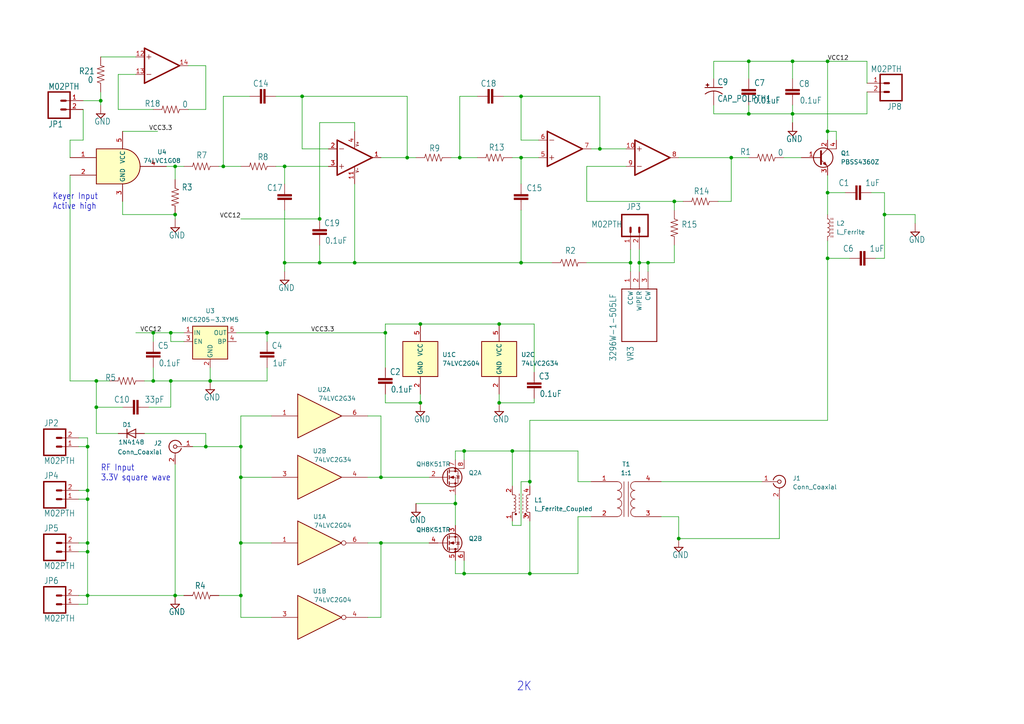
<source format=kicad_sch>
(kicad_sch (version 20230121) (generator eeschema)
  (paper "A4")
  (lib_symbols
    (symbol "74xGxx:74LVC1G08"
      (property "Reference" "U" (at -5.08 7.62 0))
      (property "Value" "74LVC1G08" (at 7.62 -7.62 0))
      (symbol "74LVC1G08_1_1"
        (pin input line (at -15.24 2.54 0) (length 7.62) (name "~") (number "1"))
        (pin input line (at -15.24 -2.54 0) (length 7.62) (name "~") (number "2"))
        (pin power_in line (at 0 -10.16 90) (length 5.08) (name "GND") (number "3"))
        (pin output line (at 12.7 0 180) (length 7.62) (name "~") (number "4"))
        (pin power_in line (at 0 10.16 270) (length 5.08) (name "VCC") (number "5"))
      )
    )
    (symbol "74xGxx:74LVC2G04"
      (property "Reference" "U" (at 0 7.62 0))
      (property "Value" "74LVC2G04" (at 2.54 -7.62 0))
      (symbol "74LVC2G04_1_1"
        (pin input line (at -15.24 0 0) (length 7.62) (name "~") (number "1"))
        (pin output inverted (at 12.7 0 180) (length 7.62) (name "~") (number "6"))
      )
      (symbol "74LVC2G04_2_1"
        (pin input line (at -15.24 0 0) (length 7.62) (name "~") (number "3"))
        (pin output inverted (at 12.7 0 180) (length 7.62) (name "~") (number "4"))
      )
      (symbol "74LVC2G04_3_1"
        (pin power_in line (at 0 -10.16 90) (length 5.08) (name "GND") (number "2"))
        (pin power_in line (at 0 10.16 270) (length 5.08) (name "VCC") (number "5"))
      )
    )
    (symbol "74xGxx:74LVC2G34"
      (property "Reference" "U" (at 0 7.62 0))
      (property "Value" "74LVC2G34" (at 2.54 -7.62 0))
      (symbol "74LVC2G34_1_1"
        (pin input line (at -15.24 0 0) (length 7.62) (name "~") (number "1"))
        (pin output line (at 12.7 0 180) (length 7.62) (name "~") (number "6"))
      )
      (symbol "74LVC2G34_2_1"
        (pin input line (at -15.24 0 0) (length 7.62) (name "~") (number "3"))
        (pin output line (at 12.7 0 180) (length 7.62) (name "~") (number "4"))
      )
      (symbol "74LVC2G34_3_1"
        (pin power_in line (at 0 -10.16 90) (length 5.08) (name "GND") (number "2"))
        (pin power_in line (at 0 10.16 270) (length 5.08) (name "VCC") (number "5"))
      )
    )
    (symbol "Connector:Conn_Coaxial" (pin_names (offset 1.016) hide)
      (property "Reference" "J" (at 0.254 3.048 0))
      (property "Value" "Conn_Coaxial" (at 2.921 0 90))
      (symbol "Conn_Coaxial_1_1"
        (pin passive line (at -5.08 0 0) (length 2.54) (name "In") (number "1"))
        (pin passive line (at 0 -5.08 90) (length 2.54) (name "Ext") (number "2"))
      )
    )
    (symbol "Device:L_Ferrite" (pin_numbers hide) (pin_names (offset 1.016) hide)
      (property "Reference" "L" (at -1.27 0 90))
      (property "Value" "L_Ferrite" (at 2.794 0 90))
      (symbol "L_Ferrite_1_1"
        (pin passive line (at 0 3.81 270) (length 1.27) (name "1") (number "1"))
        (pin passive line (at 0 -3.81 90) (length 1.27) (name "2") (number "2"))
      )
    )
    (symbol "Device:L_Ferrite_Coupled" (pin_names (offset 0.254) hide)
      (property "Reference" "L" (at 0 4.445 0))
      (property "Value" "L_Ferrite_Coupled" (at 0 -4.445 0))
      (symbol "L_Ferrite_Coupled_1_1"
        (pin passive line (at -5.08 2.54 0) (length 2.54) (name "1") (number "1"))
        (pin passive line (at 5.08 2.54 180) (length 2.54) (name "2") (number "2"))
        (pin passive line (at -5.08 -2.54 0) (length 2.54) (name "3") (number "3"))
        (pin passive line (at 5.08 -2.54 180) (length 2.54) (name "4") (number "4"))
      )
    )
    (symbol "Device:Q_Dual_NMOS_S1G1S2G2D2D2D1D1" (pin_names (offset 0) hide)
      (property "Reference" "Q" (at 5.08 1.27 0))
      (property "Value" "Q_Dual_NMOS_S1G1S2G2D2D2D1D1" (at 5.08 -1.27 0))
      (symbol "Q_Dual_NMOS_S1G1S2G2D2D2D1D1_1_1"
        (pin passive line (at 2.54 -5.08 90) (length 2.54) (name "S") (number "1"))
        (pin input line (at -5.08 0 0) (length 2.54) (name "G") (number "2"))
        (pin passive line (at 2.54 5.08 270) (length 2.54) (name "D") (number "7"))
        (pin passive line (at 5.08 5.08 270) (length 2.54) (name "D") (number "8"))
      )
      (symbol "Q_Dual_NMOS_S1G1S2G2D2D2D1D1_2_1"
        (pin passive line (at 2.54 -5.08 90) (length 2.54) (name "S") (number "3"))
        (pin input line (at -5.08 0 0) (length 2.54) (name "G") (number "4"))
        (pin passive line (at 2.54 5.08 270) (length 2.54) (name "D") (number "5"))
        (pin passive line (at 5.08 5.08 270) (length 2.54) (name "D") (number "6"))
      )
    )
    (symbol "Device:Q_NPN_BCEC" (pin_names (offset 0) hide)
      (property "Reference" "Q" (at 5.08 1.27 0))
      (property "Value" "Q_NPN_BCEC" (at 5.08 -1.27 0))
      (symbol "Q_NPN_BCEC_1_1"
        (pin input line (at -5.08 0 0) (length 5.715) (name "B") (number "1"))
        (pin passive line (at 2.54 5.08 270) (length 2.54) (name "C") (number "2"))
        (pin passive line (at 2.54 -5.08 90) (length 2.54) (name "E") (number "3"))
        (pin passive line (at 5.08 5.08 270) (length 2.54) (name "C") (number "4"))
      )
    )
    (symbol "Device:Transformer_1P_1S" (pin_names (offset 1.016) hide)
      (property "Reference" "T" (at 0 6.35 0))
      (property "Value" "Transformer_1P_1S" (at 0 -7.62 0))
      (symbol "Transformer_1P_1S_1_1"
        (pin passive line (at -10.16 5.08 0) (length 7.62) (name "AA") (number "1"))
        (pin passive line (at -10.16 -5.08 0) (length 7.62) (name "AB") (number "2"))
        (pin passive line (at 10.16 -5.08 180) (length 7.62) (name "SA") (number "3"))
        (pin passive line (at 10.16 5.08 180) (length 7.62) (name "SB") (number "4"))
      )
    )
    (symbol "Diode:1N4148" (pin_numbers hide) (pin_names hide)
      (property "Reference" "D" (at 0 2.54 0))
      (property "Value" "1N4148" (at 0 -2.54 0))
      (symbol "1N4148_1_1"
        (pin passive line (at -3.81 0 0) (length 2.54) (name "K") (number "1"))
        (pin passive line (at 3.81 0 180) (length 2.54) (name "A") (number "2"))
      )
    )
    (symbol "Regulator_Linear:MIC5205-3.3YM5" (pin_names (offset 0.254))
      (property "Reference" "U" (at -3.81 5.715 0))
      (property "Value" "MIC5205-3.3YM5" (at 0 5.715 0))
      (symbol "MIC5205-3.3YM5_1_1"
        (pin power_in line (at -7.62 2.54 0) (length 2.54) (name "IN") (number "1"))
        (pin power_in line (at 0 -7.62 90) (length 2.54) (name "GND") (number "2"))
        (pin input line (at -7.62 0 0) (length 2.54) (name "EN") (number "3"))
        (pin input line (at 7.62 0 180) (length 2.54) (name "BP") (number "4"))
        (pin power_out line (at 7.62 2.54 180) (length 2.54) (name "OUT") (number "5"))
      )
    )
    (symbol "powerAmp_RevB-eagle-import:3296W-1-505LF"
      (property "Reference" "VR" (at 21.59 7.62 0))
      (property "Value" "3296W-1-505LF" (at 21.59 5.08 0))
      (symbol "3296W-1-505LF_1_0"
        (pin bidirectional line (at 0 0 0) (length 5.08) (name "CCW") (number "1"))
        (pin bidirectional line (at 0 -2.54 0) (length 5.08) (name "WIPER") (number "2"))
        (pin bidirectional line (at 0 -5.08 0) (length 5.08) (name "CW") (number "3"))
      )
    )
    (symbol "powerAmp_RevB-eagle-import:CAP0603-CAP"
      (property "Reference" "C" (at 1.524 2.921 0))
      (property "Value" "CAP0603-CAP" (at 1.524 -2.159 0))
      (symbol "CAP0603-CAP_1_0"
        (pin passive line (at 0 5.08 270) (length 2.54) (name "1") (number "1"))
        (pin passive line (at 0 -2.54 90) (length 2.54) (name "2") (number "2"))
      )
    )
    (symbol "powerAmp_RevB-eagle-import:CAP_POLPTH1"
      (property "Reference" "C" (at 1.016 0.635 0))
      (property "Value" "CAP_POLPTH1" (at 1.016 -4.191 0))
      (symbol "CAP_POLPTH1_1_0"
        (pin passive line (at 0 2.54 270) (length 2.54) (name "+") (number "1"))
        (pin passive line (at 0 -5.08 90) (length 2.54) (name "-") (number "2"))
      )
    )
    (symbol "powerAmp_RevB-eagle-import:GND" (power)
      (property "Value" "GND" (at -1.905 -3.175 0))
      (symbol "GND_1_0"
        (pin power_in line (at 0 2.54 270) (length 2.54) (name "GND") (number "1"))
      )
    )
    (symbol "powerAmp_RevB-eagle-import:M02PTH"
      (property "Reference" "JP" (at -2.54 5.842 0))
      (property "Value" "M02PTH" (at -2.54 -5.08 0))
      (symbol "M02PTH_1_0"
        (pin passive line (at 7.62 0 180) (length 5.08) (name "1") (number "1"))
        (pin passive line (at 7.62 2.54 180) (length 5.08) (name "2") (number "2"))
      )
    )
    (symbol "powerAmp_RevB-eagle-import:OPA1679IDR"
      (symbol "OPA1679IDR_1_0"
        (pin output line (at 7.62 0 180) (length 2.54) (name "OUT") (number "1"))
        (pin input line (at -7.62 -2.54 0) (length 2.54) (name "-IN") (number "2"))
        (pin input line (at -7.62 2.54 0) (length 2.54) (name "+IN") (number "3"))
      )
      (symbol "OPA1679IDR_2_0"
        (pin input line (at -7.62 2.54 0) (length 2.54) (name "+IN") (number "5"))
        (pin input line (at -7.62 -2.54 0) (length 2.54) (name "-IN") (number "6"))
        (pin output line (at 7.62 0 180) (length 2.54) (name "OUT") (number "7"))
      )
      (symbol "OPA1679IDR_3_0"
        (pin input line (at -7.62 2.54 0) (length 2.54) (name "+IN") (number "10"))
        (pin output line (at 7.62 0 180) (length 2.54) (name "OUT") (number "8"))
        (pin input line (at -7.62 -2.54 0) (length 2.54) (name "-IN") (number "9"))
      )
      (symbol "OPA1679IDR_4_0"
        (pin input line (at -7.62 2.54 0) (length 2.54) (name "+IN") (number "12"))
        (pin input line (at -7.62 -2.54 0) (length 2.54) (name "-IN") (number "13"))
        (pin output line (at 7.62 0 180) (length 2.54) (name "OUT") (number "14"))
      )
      (symbol "OPA1679IDR_5_0"
        (text "V+" (at 1.27 3.175 900) (effects (font (size 0.8128 0.6908)) (justify left bottom)))
        (text "V-" (at 1.27 -4.445 900) (effects (font (size 0.8128 0.6908)) (justify left bottom)))
        (pin power_in line (at 0 -7.62 90) (length 5.08) (name "V-") (number "11"))
        (pin power_in line (at 0 7.62 270) (length 5.08) (name "V+") (number "4"))
      )
    )
    (symbol "powerAmp_RevB-eagle-import:RESISTOR0603-RES"
      (property "Reference" "R" (at -3.81 1.4986 0))
      (property "Value" "RESISTOR0603-RES" (at -3.81 -3.302 0))
      (symbol "RESISTOR0603-RES_1_0"
        (pin passive line (at -5.08 0 0) (length 2.54) (name "1") (number "1"))
        (pin passive line (at 5.08 0 180) (length 2.54) (name "2") (number "2"))
      )
    )
  )
  (junction (at 29.21 29.21))
  (junction (at 60.96 110.49))
  (junction (at 229.87 17.78))
  (junction (at 50.8 62.23))
  (junction (at 217.17 17.78))
  (junction (at 102.87 76.2))
  (junction (at 144.78 93.98))
  (junction (at 229.87 33.02))
  (junction (at 25.4 160.02))
  (junction (at 82.55 48.26))
  (junction (at 49.53 96.52))
  (junction (at 92.71 63.5))
  (junction (at 144.78 116.84))
  (junction (at 153.67 139.7))
  (junction (at 92.71 76.2))
  (junction (at 25.4 142.24))
  (junction (at 25.4 172.72))
  (junction (at 212.09 45.72))
  (junction (at 134.62 166.37))
  (junction (at 148.59 130.81))
  (junction (at 110.49 157.48))
  (junction (at 173.99 43.18))
  (junction (at 133.35 45.72))
  (junction (at 25.4 157.48))
  (junction (at 69.85 157.48))
  (junction (at 153.67 166.37))
  (junction (at 185.42 76.2))
  (junction (at 82.55 76.2))
  (junction (at 87.63 27.94))
  (junction (at 151.13 45.72))
  (junction (at 187.96 76.2))
  (junction (at 196.85 156.21))
  (junction (at 182.88 76.2))
  (junction (at 50.8 48.26))
  (junction (at 134.62 130.81))
  (junction (at 44.45 96.52))
  (junction (at 240.03 74.93))
  (junction (at 195.58 58.42))
  (junction (at 132.08 146.05))
  (junction (at 50.8 172.72))
  (junction (at 151.13 27.94))
  (junction (at 110.49 138.43))
  (junction (at 69.85 129.54))
  (junction (at 118.11 45.72))
  (junction (at 121.92 93.98))
  (junction (at 217.17 33.02))
  (junction (at 69.85 138.43))
  (junction (at 27.94 110.49))
  (junction (at 27.94 118.11))
  (junction (at 121.92 116.84))
  (junction (at 69.85 172.72))
  (junction (at 240.03 55.88))
  (junction (at 49.53 110.49))
  (junction (at 240.03 38.1))
  (junction (at 256.54 62.23))
  (junction (at 44.45 110.49))
  (junction (at 151.13 76.2))
  (junction (at 111.76 96.52))
  (junction (at 77.47 96.52))
  (junction (at 59.69 129.54))
  (junction (at 25.4 129.54))
  (junction (at 240.03 17.78))
  (junction (at 25.4 144.78))
  (junction (at 64.77 48.26))
  (wire (pts (xy 77.47 106.68) (xy 77.47 110.49)))
  (wire (pts (xy 95.25 43.18) (xy 87.63 43.18)))
  (wire (pts (xy 25.4 144.78) (xy 25.4 142.24)))
  (wire (pts (xy 92.71 63.5) (xy 69.85 63.5)))
  (wire (pts (xy 102.87 53.34) (xy 102.87 76.2)))
  (wire (pts (xy 167.64 149.86) (xy 171.45 149.86)))
  (wire (pts (xy 138.43 27.94) (xy 133.35 27.94)))
  (wire (pts (xy 24.13 40.64) (xy 20.32 40.64)))
  (wire (pts (xy 167.64 130.81) (xy 167.64 139.7)))
  (wire (pts (xy 69.85 120.65) (xy 69.85 129.54)))
  (wire (pts (xy 50.8 172.72) (xy 53.34 172.72)))
  (wire (pts (xy 69.85 129.54) (xy 69.85 138.43)))
  (wire (pts (xy 240.03 38.1) (xy 240.03 40.64)))
  (wire (pts (xy 22.86 172.72) (xy 25.4 172.72)))
  (wire (pts (xy 118.11 27.94) (xy 87.63 27.94)))
  (wire (pts (xy 110.49 179.07) (xy 110.49 157.48)))
  (wire (pts (xy 187.96 76.2) (xy 187.96 78.74)))
  (wire (pts (xy 72.39 27.94) (xy 64.77 27.94)))
  (wire (pts (xy 195.58 58.42) (xy 170.18 58.42)))
  (wire (pts (xy 22.86 144.78) (xy 25.4 144.78)))
  (wire (pts (xy 195.58 58.42) (xy 195.58 60.96)))
  (wire (pts (xy 240.03 17.78) (xy 251.46 17.78)))
  (wire (pts (xy 25.4 172.72) (xy 25.4 160.02)))
  (wire (pts (xy 170.18 48.26) (xy 181.61 48.26)))
  (wire (pts (xy 68.58 96.52) (xy 77.47 96.52)))
  (wire (pts (xy 82.55 48.26) (xy 95.25 48.26)))
  (wire (pts (xy 54.61 31.75) (xy 59.69 31.75)))
  (wire (pts (xy 154.94 93.98) (xy 144.78 93.98)))
  (wire (pts (xy 110.49 138.43) (xy 124.46 138.43)))
  (wire (pts (xy 22.86 142.24) (xy 25.4 142.24)))
  (wire (pts (xy 92.71 76.2) (xy 82.55 76.2)))
  (wire (pts (xy 151.13 152.4) (xy 151.13 139.7)))
  (wire (pts (xy 167.64 139.7) (xy 171.45 139.7)))
  (wire (pts (xy 55.88 129.54) (xy 59.69 129.54)))
  (wire (pts (xy 50.8 48.26) (xy 50.8 52.07)))
  (wire (pts (xy 69.85 179.07) (xy 78.74 179.07)))
  (wire (pts (xy 173.99 27.94) (xy 151.13 27.94)))
  (wire (pts (xy 29.21 29.21) (xy 24.13 29.21)))
  (wire (pts (xy 251.46 24.13) (xy 251.46 17.78)))
  (wire (pts (xy 111.76 114.3) (xy 111.76 116.84)))
  (wire (pts (xy 132.08 130.81) (xy 134.62 130.81)))
  (wire (pts (xy 240.03 50.8) (xy 240.03 55.88)))
  (wire (pts (xy 59.69 19.05) (xy 54.61 19.05)))
  (wire (pts (xy 110.49 45.72) (xy 118.11 45.72)))
  (wire (pts (xy 64.77 27.94) (xy 64.77 48.26)))
  (wire (pts (xy 217.17 30.48) (xy 217.17 33.02)))
  (wire (pts (xy 153.67 140.97) (xy 153.67 139.7)))
  (wire (pts (xy 25.4 175.26) (xy 25.4 172.72)))
  (wire (pts (xy 134.62 133.35) (xy 134.62 130.81)))
  (wire (pts (xy 144.78 114.3) (xy 144.78 116.84)))
  (wire (pts (xy 254 74.93) (xy 256.54 74.93)))
  (wire (pts (xy 27.94 125.73) (xy 27.94 118.11)))
  (wire (pts (xy 77.47 96.52) (xy 111.76 96.52)))
  (wire (pts (xy 207.01 22.86) (xy 207.01 17.78)))
  (wire (pts (xy 196.85 156.21) (xy 196.85 149.86)))
  (wire (pts (xy 242.57 38.1) (xy 240.03 38.1)))
  (wire (pts (xy 256.54 74.93) (xy 256.54 62.23)))
  (wire (pts (xy 82.55 53.34) (xy 82.55 48.26)))
  (wire (pts (xy 59.69 129.54) (xy 69.85 129.54)))
  (wire (pts (xy 59.69 125.73) (xy 59.69 129.54)))
  (wire (pts (xy 48.26 48.26) (xy 50.8 48.26)))
  (wire (pts (xy 64.77 48.26) (xy 69.85 48.26)))
  (wire (pts (xy 130.81 45.72) (xy 133.35 45.72)))
  (wire (pts (xy 217.17 33.02) (xy 229.87 33.02)))
  (wire (pts (xy 29.21 16.51) (xy 39.37 16.51)))
  (wire (pts (xy 148.59 45.72) (xy 151.13 45.72)))
  (wire (pts (xy 185.42 76.2) (xy 185.42 78.74)))
  (wire (pts (xy 49.53 110.49) (xy 60.96 110.49)))
  (wire (pts (xy 35.56 38.1) (xy 45.72 38.1)))
  (wire (pts (xy 229.87 35.56) (xy 229.87 33.02)))
  (wire (pts (xy 151.13 45.72) (xy 156.21 45.72)))
  (wire (pts (xy 229.87 17.78) (xy 240.03 17.78)))
  (wire (pts (xy 173.99 43.18) (xy 181.61 43.18)))
  (wire (pts (xy 207.01 30.48) (xy 207.01 33.02)))
  (wire (pts (xy 27.94 118.11) (xy 35.56 118.11)))
  (wire (pts (xy 111.76 93.98) (xy 121.92 93.98)))
  (wire (pts (xy 229.87 33.02) (xy 229.87 30.48)))
  (wire (pts (xy 256.54 55.88) (xy 252.73 55.88)))
  (wire (pts (xy 60.96 106.68) (xy 60.96 110.49)))
  (wire (pts (xy 227.33 45.72) (xy 232.41 45.72)))
  (wire (pts (xy 20.32 110.49) (xy 27.94 110.49)))
  (wire (pts (xy 154.94 116.84) (xy 144.78 116.84)))
  (wire (pts (xy 151.13 76.2) (xy 160.02 76.2)))
  (wire (pts (xy 102.87 76.2) (xy 92.71 76.2)))
  (wire (pts (xy 154.94 115.57) (xy 154.94 116.84)))
  (wire (pts (xy 153.67 166.37) (xy 167.64 166.37)))
  (wire (pts (xy 207.01 17.78) (xy 217.17 17.78)))
  (wire (pts (xy 144.78 93.98) (xy 121.92 93.98)))
  (wire (pts (xy 69.85 157.48) (xy 78.74 157.48)))
  (wire (pts (xy 240.03 74.93) (xy 246.38 74.93)))
  (wire (pts (xy 22.86 127) (xy 25.4 127)))
  (wire (pts (xy 170.18 76.2) (xy 182.88 76.2)))
  (wire (pts (xy 111.76 106.68) (xy 111.76 96.52)))
  (wire (pts (xy 78.74 120.65) (xy 69.85 120.65)))
  (wire (pts (xy 20.32 50.8) (xy 20.32 110.49)))
  (wire (pts (xy 27.94 110.49) (xy 31.75 110.49)))
  (wire (pts (xy 217.17 17.78) (xy 229.87 17.78)))
  (wire (pts (xy 121.92 114.3) (xy 121.92 116.84)))
  (wire (pts (xy 43.18 118.11) (xy 49.53 118.11)))
  (wire (pts (xy 240.03 55.88) (xy 245.11 55.88)))
  (wire (pts (xy 151.13 60.96) (xy 151.13 76.2)))
  (wire (pts (xy 118.11 45.72) (xy 118.11 27.94)))
  (wire (pts (xy 132.08 166.37) (xy 134.62 166.37)))
  (wire (pts (xy 44.45 96.52) (xy 44.45 99.06)))
  (wire (pts (xy 110.49 157.48) (xy 124.46 157.48)))
  (wire (pts (xy 251.46 33.02) (xy 229.87 33.02)))
  (wire (pts (xy 217.17 22.86) (xy 217.17 17.78)))
  (wire (pts (xy 170.18 58.42) (xy 170.18 48.26)))
  (wire (pts (xy 265.43 62.23) (xy 256.54 62.23)))
  (wire (pts (xy 92.71 71.12) (xy 92.71 76.2)))
  (wire (pts (xy 25.4 160.02) (xy 25.4 157.48)))
  (wire (pts (xy 49.53 99.06) (xy 49.53 96.52)))
  (wire (pts (xy 106.68 157.48) (xy 110.49 157.48)))
  (wire (pts (xy 153.67 121.92) (xy 153.67 139.7)))
  (wire (pts (xy 44.45 96.52) (xy 49.53 96.52)))
  (wire (pts (xy 133.35 45.72) (xy 138.43 45.72)))
  (wire (pts (xy 50.8 48.26) (xy 53.34 48.26)))
  (wire (pts (xy 182.88 78.74) (xy 182.88 76.2)))
  (wire (pts (xy 167.64 166.37) (xy 167.64 149.86)))
  (wire (pts (xy 132.08 133.35) (xy 132.08 130.81)))
  (wire (pts (xy 41.91 110.49) (xy 44.45 110.49)))
  (wire (pts (xy 25.4 129.54) (xy 25.4 127)))
  (wire (pts (xy 44.45 110.49) (xy 49.53 110.49)))
  (wire (pts (xy 154.94 107.95) (xy 154.94 93.98)))
  (wire (pts (xy 50.8 62.23) (xy 50.8 63.5)))
  (wire (pts (xy 22.86 157.48) (xy 25.4 157.48)))
  (wire (pts (xy 151.13 53.34) (xy 151.13 45.72)))
  (wire (pts (xy 240.03 55.88) (xy 240.03 62.23)))
  (wire (pts (xy 106.68 179.07) (xy 110.49 179.07)))
  (wire (pts (xy 251.46 26.67) (xy 251.46 33.02)))
  (wire (pts (xy 63.5 172.72) (xy 69.85 172.72)))
  (wire (pts (xy 153.67 121.92) (xy 240.03 121.92)))
  (wire (pts (xy 39.37 21.59) (xy 34.29 21.59)))
  (wire (pts (xy 50.8 172.72) (xy 25.4 172.72)))
  (wire (pts (xy 80.01 48.26) (xy 82.55 48.26)))
  (wire (pts (xy 34.29 31.75) (xy 44.45 31.75)))
  (wire (pts (xy 151.13 40.64) (xy 151.13 27.94)))
  (wire (pts (xy 25.4 157.48) (xy 25.4 144.78)))
  (wire (pts (xy 185.42 72.39) (xy 185.42 76.2)))
  (wire (pts (xy 24.13 31.75) (xy 24.13 40.64)))
  (wire (pts (xy 49.53 118.11) (xy 49.53 110.49)))
  (wire (pts (xy 256.54 62.23) (xy 256.54 55.88)))
  (wire (pts (xy 134.62 130.81) (xy 148.59 130.81)))
  (wire (pts (xy 196.85 156.21) (xy 226.06 156.21)))
  (wire (pts (xy 191.77 139.7) (xy 220.98 139.7)))
  (wire (pts (xy 110.49 120.65) (xy 106.68 120.65)))
  (wire (pts (xy 87.63 27.94) (xy 80.01 27.94)))
  (wire (pts (xy 148.59 130.81) (xy 167.64 130.81)))
  (wire (pts (xy 132.08 143.51) (xy 132.08 146.05)))
  (wire (pts (xy 195.58 76.2) (xy 187.96 76.2)))
  (wire (pts (xy 212.09 45.72) (xy 196.85 45.72)))
  (wire (pts (xy 110.49 138.43) (xy 110.49 120.65)))
  (wire (pts (xy 82.55 60.96) (xy 82.55 76.2)))
  (wire (pts (xy 229.87 22.86) (xy 229.87 17.78)))
  (wire (pts (xy 29.21 30.48) (xy 29.21 29.21)))
  (wire (pts (xy 208.28 58.42) (xy 212.09 58.42)))
  (wire (pts (xy 69.85 172.72) (xy 69.85 179.07)))
  (wire (pts (xy 69.85 138.43) (xy 69.85 157.48)))
  (wire (pts (xy 87.63 43.18) (xy 87.63 27.94)))
  (wire (pts (xy 77.47 110.49) (xy 60.96 110.49)))
  (wire (pts (xy 171.45 43.18) (xy 173.99 43.18)))
  (wire (pts (xy 92.71 63.5) (xy 92.71 35.56)))
  (wire (pts (xy 242.57 40.64) (xy 242.57 38.1)))
  (wire (pts (xy 134.62 166.37) (xy 153.67 166.37)))
  (wire (pts (xy 240.03 17.78) (xy 240.03 38.1)))
  (wire (pts (xy 187.96 76.2) (xy 185.42 76.2)))
  (wire (pts (xy 153.67 151.13) (xy 153.67 166.37)))
  (wire (pts (xy 22.86 175.26) (xy 25.4 175.26)))
  (wire (pts (xy 25.4 142.24) (xy 25.4 129.54)))
  (wire (pts (xy 148.59 130.81) (xy 148.59 140.97)))
  (wire (pts (xy 59.69 31.75) (xy 59.69 19.05)))
  (wire (pts (xy 35.56 58.42) (xy 35.56 62.23)))
  (wire (pts (xy 34.29 125.73) (xy 27.94 125.73)))
  (wire (pts (xy 134.62 162.56) (xy 134.62 166.37)))
  (wire (pts (xy 35.56 62.23) (xy 50.8 62.23)))
  (wire (pts (xy 151.13 27.94) (xy 146.05 27.94)))
  (wire (pts (xy 41.91 125.73) (xy 59.69 125.73)))
  (wire (pts (xy 151.13 139.7) (xy 153.67 139.7)))
  (wire (pts (xy 151.13 76.2) (xy 102.87 76.2)))
  (wire (pts (xy 226.06 144.78) (xy 226.06 156.21)))
  (wire (pts (xy 69.85 157.48) (xy 69.85 172.72)))
  (wire (pts (xy 92.71 35.56) (xy 102.87 35.56)))
  (wire (pts (xy 240.03 121.92) (xy 240.03 74.93)))
  (wire (pts (xy 120.65 146.05) (xy 132.08 146.05)))
  (wire (pts (xy 196.85 149.86) (xy 191.77 149.86)))
  (wire (pts (xy 207.01 33.02) (xy 217.17 33.02)))
  (wire (pts (xy 20.32 40.64) (xy 20.32 45.72)))
  (wire (pts (xy 49.53 96.52) (xy 53.34 96.52)))
  (wire (pts (xy 156.21 40.64) (xy 151.13 40.64)))
  (wire (pts (xy 212.09 58.42) (xy 212.09 45.72)))
  (wire (pts (xy 182.88 72.39) (xy 182.88 76.2)))
  (wire (pts (xy 69.85 138.43) (xy 78.74 138.43)))
  (wire (pts (xy 39.37 96.52) (xy 44.45 96.52)))
  (wire (pts (xy 50.8 134.62) (xy 50.8 172.72)))
  (wire (pts (xy 195.58 71.12) (xy 195.58 76.2)))
  (wire (pts (xy 148.59 151.13) (xy 148.59 152.4)))
  (wire (pts (xy 265.43 64.77) (xy 265.43 62.23)))
  (wire (pts (xy 22.86 129.54) (xy 25.4 129.54)))
  (wire (pts (xy 217.17 45.72) (xy 212.09 45.72)))
  (wire (pts (xy 132.08 146.05) (xy 132.08 152.4)))
  (wire (pts (xy 118.11 45.72) (xy 120.65 45.72)))
  (wire (pts (xy 240.03 74.93) (xy 240.03 69.85)))
  (wire (pts (xy 102.87 35.56) (xy 102.87 38.1)))
  (wire (pts (xy 77.47 96.52) (xy 77.47 99.06)))
  (wire (pts (xy 27.94 118.11) (xy 27.94 110.49)))
  (wire (pts (xy 29.21 26.67) (xy 29.21 29.21)))
  (wire (pts (xy 34.29 21.59) (xy 34.29 31.75)))
  (wire (pts (xy 111.76 116.84) (xy 121.92 116.84)))
  (wire (pts (xy 111.76 96.52) (xy 111.76 93.98)))
  (wire (pts (xy 173.99 43.18) (xy 173.99 27.94)))
  (wire (pts (xy 53.34 99.06) (xy 49.53 99.06)))
  (wire (pts (xy 82.55 76.2) (xy 82.55 78.74)))
  (wire (pts (xy 198.12 58.42) (xy 195.58 58.42)))
  (wire (pts (xy 133.35 27.94) (xy 133.35 45.72)))
  (wire (pts (xy 148.59 152.4) (xy 151.13 152.4)))
  (wire (pts (xy 22.86 160.02) (xy 25.4 160.02)))
  (wire (pts (xy 44.45 106.68) (xy 44.45 110.49)))
  (wire (pts (xy 106.68 138.43) (xy 110.49 138.43)))
  (wire (pts (xy 63.5 48.26) (xy 64.77 48.26)))
  (wire (pts (xy 132.08 162.56) (xy 132.08 166.37)))
  (text "RF Input\n3.3V square wave" (at 29.21 139.7 0) (effects (font (size 1.778 1.5113)) (justify left bottom)))
  (text "2K" (at 149.86 200.66 0) (effects (font (size 2.54 2.159)) (justify left bottom)))
  (text "Keyer Input\nActive high" (at 15.24 60.96 0) (effects (font (size 1.778 1.5113)) (justify left bottom)))
  (label "VCC12" (at 240.03 17.78 0) (effects (font (size 1.2446 1.2446))))
  (label "VCC3.3" (at 90.17 96.52 0))
  (label "VCC12" (at 69.85 63.5 180) (effects (font (size 1.2446 1.2446))))
  (label "VCC12" (at 40.64 96.52 0))
  (label "VCC3.3" (at 43.18 38.1 0))
  (symbol (lib_id "Device:L_Ferrite") (at 240.03 66.04 0) (unit 1)
    (property "Reference" "L2" (at 242.57 64.77 0) (effects (justify left)))
    (property "Value" "L_Ferrite" (at 242.57 67.31 0) (effects (justify left)))
    (property "Footprint" "Inductor_THT:L_Toroid_Vertical_L10.0mm_W5.0mm_P5.08mm" (effects hide))
  )
  (symbol (lib_id "powerAmp_RevB-eagle-import:M02PTH") (at 15.24 160.02 0) (unit 1)
    (property "Reference" "JP5" (at 12.7 154.178 0) (effects (font (size 1.778 1.5113)) (justify left bottom)))
    (property "Value" "M02PTH" (at 12.7 165.1 0) (effects (font (size 1.778 1.5113)) (justify left bottom)))
    (property "Footprint" "Connector_PinHeader_2.54mm:PinHeader_1x02_P2.54mm_Vertical" (effects hide))
  )
  (symbol (lib_id "powerAmp_RevB-eagle-import:RESISTOR0603-RES") (at 165.1 76.2 0) (unit 1)
    (property "Reference" "R2" (at 163.83 73.66 0) (effects (font (size 1.778 1.5113)) (justify left bottom)))
    (property "Value" "1K" (at 163.83 80.01 0) (effects (font (size 1.778 1.5113)) (justify left bottom)))
    (property "Footprint" "Resistor_SMD:R_0603_1608Metric_Pad0.98x0.95mm_HandSolder" (effects hide))
    (property "Value" "603-RC0603FR-071KL" (effects hide))
  )
  (symbol (lib_id "powerAmp_RevB-eagle-import:CAP0603-CAP") (at 154.94 110.49 180) (unit 1)
    (property "Reference" "C3" (at 156.21 110.109 0) (effects (font (size 1.778 1.5113)) (justify right top)))
    (property "Value" "0.1uF" (at 156.464 115.189 0) (effects (font (size 1.778 1.5113)) (justify right top)))
    (property "Footprint" "Capacitor_SMD:C_0603_1608Metric_Pad1.08x0.95mm_HandSolder" (effects hide))
  )
  (symbol (lib_id "powerAmp_RevB-eagle-import:CAP0603-CAP") (at 217.17 25.4 180) (unit 1)
    (property "Reference" "C7" (at 218.694 25.019 0) (effects (font (size 1.778 1.5113)) (justify right top)))
    (property "Value" "0.01uF" (at 218.44 30.099 0) (effects (font (size 1.778 1.5113)) (justify right top)))
    (property "Footprint" "Capacitor_SMD:C_0603_1608Metric_Pad1.08x0.95mm_HandSolder" (effects hide))
  )
  (symbol (lib_id "powerAmp_RevB-eagle-import:RESISTOR0603-RES") (at 36.83 110.49 180) (unit 1)
    (property "Reference" "R5" (at 30.48 110.49 0) (effects (font (size 1.778 1.5113)) (justify right top)))
    (property "Value" "100k" (at 38.1 110.49 0) (effects (font (size 1.778 1.5113)) (justify right top)))
    (property "Footprint" "Resistor_SMD:R_0603_1608Metric_Pad0.98x0.95mm_HandSolder" (effects hide))
    (property "Value" "603-RC0603FR-0733KL" (effects hide))
  )
  (symbol (lib_id "Device:Q_NPN_BCEC") (at 237.49 45.72 0) (unit 1)
    (property "Reference" "Q1" (at 243.84 44.45 0) (effects (justify left)))
    (property "Value" "PBSS4360Z" (at 243.84 46.99 0) (effects (justify left)))
    (property "Footprint" "Package_TO_SOT_SMD:SOT-223" (effects hide))
  )
  (symbol (lib_id "powerAmp_RevB-eagle-import:OPA1679IDR") (at 163.83 43.18 0) (mirror x) (unit 2)
    (property "Reference" "U$2" (effects hide))
    (property "Value" "OPA1679IDR" (effects hide))
    (property "Footprint" "Package_SO:SOIC-14_3.9x8.7mm_P1.27mm" (effects hide))
  )
  (symbol (lib_id "powerAmp_RevB-eagle-import:RESISTOR0603-RES") (at 125.73 45.72 180) (unit 1)
    (property "Reference" "R9" (at 124.46 43.9674 0) (effects (font (size 1.778 1.5113)) (justify right top)))
    (property "Value" "36K" (at 123.444 49.53 0) (effects (font (size 1.778 1.5113)) (justify right top)))
    (property "Footprint" "Resistor_SMD:R_0603_1608Metric_Pad0.98x0.95mm_HandSolder" (effects hide))
    (property "Value" "603-RC0603FR-0736KL" (effects hide))
  )
  (symbol (lib_id "powerAmp_RevB-eagle-import:GND") (at 229.87 38.1 0) (unit 1)
    (property "Reference" "#SUPPLY02" (effects hide))
    (property "Value" "GND" (at 227.965 41.275 0) (effects (font (size 1.778 1.5113)) (justify left bottom)))
    (property "Footprint" "powerAmp_RevB:" (effects hide))
  )
  (symbol (lib_id "powerAmp_RevB-eagle-import:RESISTOR0603-RES") (at 29.21 21.59 90) (unit 1)
    (property "Reference" "R21" (at 22.86 21.59 90) (effects (font (size 1.778 1.5113)) (justify right top)))
    (property "Value" "0" (at 25.4 24.13 90) (effects (font (size 1.778 1.5113)) (justify right top)))
    (property "Footprint" "Resistor_SMD:R_0603_1608Metric_Pad0.98x0.95mm_HandSolder" (effects hide))
  )
  (symbol (lib_id "powerAmp_RevB-eagle-import:CAP0603-CAP") (at 111.76 109.22 180) (unit 1)
    (property "Reference" "C2" (at 113.03 108.839 0) (effects (font (size 1.778 1.5113)) (justify right top)))
    (property "Value" "0.1uF" (at 113.284 113.919 0) (effects (font (size 1.778 1.5113)) (justify right top)))
    (property "Footprint" "Capacitor_SMD:C_0603_1608Metric_Pad1.08x0.95mm_HandSolder" (effects hide))
  )
  (symbol (lib_id "powerAmp_RevB-eagle-import:CAP0603-CAP") (at 143.51 27.94 90) (unit 1)
    (property "Reference" "C18" (at 144.018 23.241 90) (effects (font (size 1.778 1.5113)) (justify left bottom)))
    (property "Value" "0.22uF" (at 146.05 30.353 90) (effects (font (size 1.778 1.5113)) (justify left bottom)))
    (property "Footprint" "Capacitor_SMD:C_0603_1608Metric_Pad1.08x0.95mm_HandSolder" (effects hide))
    (property "Value" "710-885012206073" (effects hide))
  )
  (symbol (lib_id "powerAmp_RevB-eagle-import:3296W-1-505LF") (at 182.88 78.74 90) (mirror x) (unit 1)
    (property "Reference" "VR3" (at 182.88 100.33 0) (effects (font (size 1.778 1.5113)) (justify left)))
    (property "Value" "3296W-1-505LF" (at 177.8 85.09 0) (effects (font (size 1.778 1.5113)) (justify left)))
    (property "Footprint" "Potentiometer_THT:Potentiometer_Bourns_3296W_Vertical" (effects hide))
  )
  (symbol (lib_id "74xGxx:74LVC2G34") (at 93.98 138.43 0) (unit 2)
    (property "Reference" "U2" (at 92.71 130.81 0))
    (property "Value" "74LVC2G34" (at 96.52 133.35 0))
    (property "Footprint" "Package_TO_SOT_SMD:SOT-23-6_Handsoldering" (effects hide))
    (property "Datasheet" "http://www.ti.com/lit/sg/scyt129e/scyt129e.pdf" (effects hide))
  )
  (symbol (lib_id "powerAmp_RevB-eagle-import:OPA1679IDR") (at 189.23 45.72 0) (unit 3)
    (property "Reference" "U$2" (effects hide))
    (property "Value" "OPA1679IDR" (effects hide))
    (property "Footprint" "Package_SO:SOIC-14_3.9x8.7mm_P1.27mm" (effects hide))
  )
  (symbol (lib_id "powerAmp_RevB-eagle-import:CAP0603-CAP") (at 77.47 27.94 90) (unit 1)
    (property "Reference" "C14" (at 77.978 23.241 90) (effects (font (size 1.778 1.5113)) (justify left bottom)))
    (property "Value" "0.22uF" (at 80.01 30.353 90) (effects (font (size 1.778 1.5113)) (justify left bottom)))
    (property "Footprint" "Capacitor_SMD:C_0603_1608Metric_Pad1.08x0.95mm_HandSolder" (effects hide))
    (property "Value" "710-885012206073" (effects hide))
  )
  (symbol (lib_id "powerAmp_RevB-eagle-import:CAP0603-CAP") (at 247.65 55.88 270) (unit 1)
    (property "Reference" "C1" (at 246.38 52.07 90) (effects (font (size 1.778 1.5113)) (justify right top)))
    (property "Value" "1uF" (at 255.27 52.07 90) (effects (font (size 1.778 1.5113)) (justify right top)))
    (property "Footprint" "Capacitor_SMD:C_0603_1608Metric_Pad1.08x0.95mm_HandSolder" (effects hide))
  )
  (symbol (lib_id "powerAmp_RevB-eagle-import:OPA1679IDR") (at 102.87 45.72 0) (unit 5)
    (property "Reference" "U$2" (effects hide))
    (property "Value" "OPA1679IDR" (effects hide))
    (property "Footprint" "Package_SO:SOIC-14_3.9x8.7mm_P1.27mm" (effects hide))
  )
  (symbol (lib_id "powerAmp_RevB-eagle-import:RESISTOR0603-RES") (at 58.42 48.26 180) (unit 1)
    (property "Reference" "R7" (at 56.896 45.9994 0) (effects (font (size 1.778 1.5113)) (justify right top)))
    (property "Value" "33K" (at 56.388 52.07 0) (effects (font (size 1.778 1.5113)) (justify right top)))
    (property "Footprint" "Resistor_SMD:R_0603_1608Metric_Pad0.98x0.95mm_HandSolder" (effects hide))
    (property "Value" "603-RC0603FR-0733KL" (effects hide))
  )
  (symbol (lib_id "powerAmp_RevB-eagle-import:OPA1679IDR") (at 102.87 45.72 0) (mirror x) (unit 1)
    (property "Reference" "U$2" (effects hide))
    (property "Value" "OPA1679IDR" (effects hide))
    (property "Footprint" "Package_SO:SOIC-14_3.9x8.7mm_P1.27mm" (effects hide))
  )
  (symbol (lib_id "Connector:Conn_Coaxial") (at 226.06 139.7 0) (unit 1)
    (property "Reference" "J1" (at 229.87 138.7232 0) (effects (justify left)))
    (property "Value" "Conn_Coaxial" (at 229.87 141.2632 0) (effects (justify left)))
    (property "Footprint" "Connector_Coaxial:SMA_Amphenol_132289_EdgeMount" (effects hide))
    (property "Datasheet" " ~" (effects hide))
  )
  (symbol (lib_id "74xGxx:74LVC1G08") (at 35.56 48.26 0) (unit 1)
    (property "Reference" "U4" (at 46.99 44.0691 0))
    (property "Value" "74LVC1G08" (at 46.99 46.6091 0))
    (property "Footprint" "Package_TO_SOT_SMD:SOT-23-5_HandSoldering" (effects hide))
    (property "Datasheet" "https://www.ti.com/lit/ds/symlink/sn74lvc1g08.pdf" (effects hide))
  )
  (symbol (lib_id "powerAmp_RevB-eagle-import:GND") (at 144.78 119.38 0) (unit 1)
    (property "Reference" "#SUPPLY07" (effects hide))
    (property "Value" "GND" (at 142.875 122.555 0) (effects (font (size 1.778 1.5113)) (justify left bottom)))
    (property "Footprint" "powerAmp_RevB:" (effects hide))
  )
  (symbol (lib_id "Device:Transformer_1P_1S") (at 181.61 144.78 0) (unit 1)
    (property "Reference" "T1" (at 181.6227 134.62 0))
    (property "Value" "1:1" (at 181.6227 137.16 0))
    (property "Footprint" "Transformer_THT:Transformer_Toroid_Horizontal_D14.0mm_Amidon-T50" (effects hide))
  )
  (symbol (lib_id "powerAmp_RevB-eagle-import:CAP0603-CAP") (at 151.13 58.42 0) (unit 1)
    (property "Reference" "C15" (at 152.654 55.499 0) (effects (font (size 1.778 1.5113)) (justify left bottom)))
    (property "Value" "0.022uF" (at 152.654 60.579 0) (effects (font (size 1.778 1.5113)) (justify left bottom)))
    (property "Footprint" "Capacitor_SMD:C_0603_1608Metric_Pad1.08x0.95mm_HandSolder" (effects hide))
    (property "Value" "80-C0603C223K3R" (effects hide))
  )
  (symbol (lib_id "powerAmp_RevB-eagle-import:GND") (at 82.55 81.28 0) (unit 1)
    (property "Reference" "#SUPPLY08" (effects hide))
    (property "Value" "GND" (at 80.645 84.455 0) (effects (font (size 1.778 1.5113)) (justify left bottom)))
    (property "Footprint" "powerAmp_RevB:" (effects hide))
  )
  (symbol (lib_id "powerAmp_RevB-eagle-import:CAP_POLPTH1") (at 207.01 25.4 0) (unit 1)
    (property "Reference" "C9" (at 208.026 24.765 0) (effects (font (size 1.778 1.5113)) (justify left bottom)))
    (property "Value" "CAP_POLPTH1" (at 208.026 29.591 0) (effects (font (size 1.778 1.5113)) (justify left bottom)))
    (property "Footprint" "Capacitor_THT:C_Radial_D5.0mm_H11.0mm_P2.00mm" (effects hide))
  )
  (symbol (lib_id "powerAmp_RevB-eagle-import:RESISTOR0603-RES") (at 58.42 172.72 0) (unit 1)
    (property "Reference" "R4" (at 59.69 168.91 0) (effects (font (size 1.778 1.5113)) (justify right top)))
    (property "Value" "47K" (at 59.69 175.26 0) (effects (font (size 1.778 1.5113)) (justify right top)))
    (property "Footprint" "Resistor_SMD:R_0603_1608Metric_Pad0.98x0.95mm_HandSolder" (effects hide))
    (property "Value" "603-RC0603FR-0733KL" (effects hide))
  )
  (symbol (lib_id "74xGxx:74LVC2G04") (at 93.98 179.07 0) (unit 2)
    (property "Reference" "U1" (at 92.71 171.45 0))
    (property "Value" "74LVC2G04" (at 96.52 173.99 0))
    (property "Footprint" "Package_TO_SOT_SMD:SOT-23-6_Handsoldering" (effects hide))
    (property "Datasheet" "http://www.ti.com/lit/sg/scyt129e/scyt129e.pdf" (effects hide))
  )
  (symbol (lib_id "Device:Q_Dual_NMOS_S1G1S2G2D2D2D1D1") (at 129.54 157.48 0) (mirror x) (unit 2)
    (property "Reference" "Q2" (at 135.89 156.21 0) (effects (justify left)))
    (property "Value" "QH8K51TR" (at 120.65 153.67 0) (effects (justify left)))
    (property "Footprint" "SamacSys_Parts:QH8K51TR" (effects hide))
  )
  (symbol (lib_id "powerAmp_RevB-eagle-import:M02PTH") (at 182.88 64.77 270) (unit 1)
    (property "Reference" "JP3" (at 181.61 60.96 90) (effects (font (size 1.778 1.5113)) (justify left bottom)))
    (property "Value" "M02PTH" (at 171.45 66.04 90) (effects (font (size 1.778 1.5113)) (justify left bottom)))
    (property "Footprint" "Connector_PinHeader_2.54mm:PinHeader_1x02_P2.54mm_Vertical" (effects hide))
  )
  (symbol (lib_id "powerAmp_RevB-eagle-import:RESISTOR0603-RES") (at 50.8 57.15 270) (unit 1)
    (property "Reference" "R3" (at 55.88 53.34 90) (effects (font (size 1.778 1.5113)) (justify right top)))
    (property "Value" "47K" (at 57.15 55.88 90) (effects (font (size 1.778 1.5113)) (justify right top)))
    (property "Footprint" "Resistor_SMD:R_0603_1608Metric_Pad0.98x0.95mm_HandSolder" (effects hide))
    (property "Value" "603-RC0603FR-0733KL" (effects hide))
  )
  (symbol (lib_id "powerAmp_RevB-eagle-import:RESISTOR0603-RES") (at 222.25 45.72 180) (unit 1)
    (property "Reference" "R1" (at 214.63 44.9834 0) (effects (font (size 1.778 1.5113)) (justify right top)))
    (property "Value" "0" (at 225.552 45.212 0) (effects (font (size 1.778 1.5113)) (justify right top)))
    (property "Footprint" "Resistor_SMD:R_0603_1608Metric_Pad0.98x0.95mm_HandSolder" (effects hide))
  )
  (symbol (lib_id "74xGxx:74LVC2G34") (at 93.98 120.65 0) (unit 1)
    (property "Reference" "U2" (at 93.98 113.03 0))
    (property "Value" "74LVC2G34" (at 97.79 115.57 0))
    (property "Footprint" "Package_TO_SOT_SMD:SOT-23-6_Handsoldering" (effects hide))
    (property "Datasheet" "http://www.ti.com/lit/sg/scyt129e/scyt129e.pdf" (effects hide))
  )
  (symbol (lib_id "powerAmp_RevB-eagle-import:M02PTH") (at 16.51 29.21 0) (mirror x) (unit 1)
    (property "Reference" "JP1" (at 13.97 35.052 0) (effects (font (size 1.778 1.5113)) (justify left bottom)))
    (property "Value" "M02PTH" (at 13.97 24.13 0) (effects (font (size 1.778 1.5113)) (justify left bottom)))
    (property "Footprint" "Connector_PinHeader_2.54mm:PinHeader_1x02_P2.54mm_Vertical" (effects hide))
  )
  (symbol (lib_id "powerAmp_RevB-eagle-import:GND") (at 29.21 33.02 0) (unit 1)
    (property "Reference" "#SUPPLY012" (effects hide))
    (property "Value" "GND" (at 27.305 36.195 0) (effects (font (size 1.778 1.5113)) (justify left bottom)))
    (property "Footprint" "powerAmp_RevB:" (effects hide))
  )
  (symbol (lib_id "powerAmp_RevB-eagle-import:CAP0603-CAP") (at 77.47 101.6 180) (unit 1)
    (property "Reference" "C4" (at 78.74 101.219 0) (effects (font (size 1.778 1.5113)) (justify right top)))
    (property "Value" "1uF" (at 78.994 106.299 0) (effects (font (size 1.778 1.5113)) (justify right top)))
    (property "Footprint" "Capacitor_SMD:C_0603_1608Metric_Pad1.08x0.95mm_HandSolder" (effects hide))
  )
  (symbol (lib_id "powerAmp_RevB-eagle-import:GND") (at 50.8 66.04 0) (unit 1)
    (property "Reference" "#SUPPLY03" (effects hide))
    (property "Value" "GND" (at 48.895 69.215 0) (effects (font (size 1.778 1.5113)) (justify left bottom)))
    (property "Footprint" "powerAmp_RevB:" (effects hide))
  )
  (symbol (lib_id "powerAmp_RevB-eagle-import:GND") (at 196.85 158.75 0) (unit 1)
    (property "Reference" "#SUPPLY05" (effects hide))
    (property "Value" "GND" (at 194.945 161.925 0) (effects (font (size 1.778 1.5113)) (justify left bottom)))
    (property "Footprint" "powerAmp_RevB:" (effects hide))
  )
  (symbol (lib_id "powerAmp_RevB-eagle-import:M02PTH") (at 15.24 144.78 0) (unit 1)
    (property "Reference" "JP4" (at 12.7 138.938 0) (effects (font (size 1.778 1.5113)) (justify left bottom)))
    (property "Value" "M02PTH" (at 12.7 149.86 0) (effects (font (size 1.778 1.5113)) (justify left bottom)))
    (property "Footprint" "Connector_PinHeader_2.54mm:PinHeader_1x02_P2.54mm_Vertical" (effects hide))
  )
  (symbol (lib_id "Connector:Conn_Coaxial") (at 50.8 129.54 0) (mirror y) (unit 1)
    (property "Reference" "J2" (at 46.99 128.5632 0) (effects (justify left)))
    (property "Value" "Conn_Coaxial" (at 46.99 131.1032 0) (effects (justify left)))
    (property "Footprint" "Connector_Coaxial:SMA_Amphenol_132289_EdgeMount" (effects hide))
    (property "Datasheet" " ~" (effects hide))
  )
  (symbol (lib_id "74xGxx:74LVC2G04") (at 121.92 104.14 0) (unit 3)
    (property "Reference" "U1" (at 128.27 102.87 0) (effects (justify left)))
    (property "Value" "74LVC2G04" (at 128.27 105.41 0) (effects (justify left)))
    (property "Footprint" "Package_TO_SOT_SMD:SOT-23-6_Handsoldering" (effects hide))
    (property "Datasheet" "http://www.ti.com/lit/sg/scyt129e/scyt129e.pdf" (effects hide))
  )
  (symbol (lib_id "powerAmp_RevB-eagle-import:M02PTH") (at 15.24 175.26 0) (unit 1)
    (property "Reference" "JP6" (at 12.7 169.418 0) (effects (font (size 1.778 1.5113)) (justify left bottom)))
    (property "Value" "M02PTH" (at 12.7 180.34 0) (effects (font (size 1.778 1.5113)) (justify left bottom)))
    (property "Footprint" "Connector_PinHeader_2.54mm:PinHeader_1x02_P2.54mm_Vertical" (effects hide))
  )
  (symbol (lib_id "powerAmp_RevB-eagle-import:GND") (at 265.43 67.31 0) (unit 1)
    (property "Reference" "#SUPPLY06" (effects hide))
    (property "Value" "GND" (at 263.525 70.485 0) (effects (font (size 1.778 1.5113)) (justify left bottom)))
    (property "Footprint" "powerAmp_RevB:" (effects hide))
  )
  (symbol (lib_id "powerAmp_RevB-eagle-import:RESISTOR0603-RES") (at 74.93 48.26 180) (unit 1)
    (property "Reference" "R8" (at 74.676 46.5074 0) (effects (font (size 1.778 1.5113)) (justify right top)))
    (property "Value" "8.2K" (at 72.644 52.324 0) (effects (font (size 1.778 1.5113)) (justify right top)))
    (property "Footprint" "Resistor_SMD:R_0603_1608Metric_Pad0.98x0.95mm_HandSolder" (effects hide))
    (property "Value" "603-RC0603FR-078K2L" (effects hide))
  )
  (symbol (lib_id "Device:L_Ferrite_Coupled") (at 151.13 146.05 90) (unit 1)
    (property "Reference" "L1" (at 154.94 145.034 90) (effects (justify right)))
    (property "Value" "L_Ferrite_Coupled" (at 154.94 147.574 90) (effects (justify right)))
    (property "Footprint" "Transformer_THT:Transformer_Toroid_Horizontal_D14.0mm_Amidon-T50" (effects hide))
  )
  (symbol (lib_id "powerAmp_RevB-eagle-import:RESISTOR0603-RES") (at 143.51 45.72 180) (unit 1)
    (property "Reference" "R13" (at 141.732 43.7134 0) (effects (font (size 1.778 1.5113)) (justify right top)))
    (property "Value" "11K" (at 141.732 49.276 0) (effects (font (size 1.778 1.5113)) (justify right top)))
    (property "Footprint" "Resistor_SMD:R_0603_1608Metric_Pad0.98x0.95mm_HandSolder" (effects hide))
    (property "Value" "603-RC0603FR-0711KL" (effects hide))
  )
  (symbol (lib_id "powerAmp_RevB-eagle-import:RESISTOR0603-RES") (at 195.58 66.04 270) (unit 1)
    (property "Reference" "R15" (at 197.612 66.0654 90) (effects (font (size 1.778 1.5113)) (justify left bottom)))
    (property "Value" "1K" (at 197.612 68.58 90) (effects (font (size 1.778 1.5113)) (justify left bottom)))
    (property "Footprint" "Resistor_SMD:R_0603_1608Metric_Pad0.98x0.95mm_HandSolder" (effects hide))
    (property "Value" "603-RC0603FR-071KL" (effects hide))
  )
  (symbol (lib_id "powerAmp_RevB-eagle-import:GND") (at 60.96 113.03 0) (unit 1)
    (property "Reference" "#SUPPLY010" (effects hide))
    (property "Value" "GND" (at 59.055 116.205 0) (effects (font (size 1.778 1.5113)) (justify left bottom)))
    (property "Footprint" "powerAmp_RevB:" (effects hide))
  )
  (symbol (lib_id "powerAmp_RevB-eagle-import:CAP0603-CAP") (at 248.92 74.93 270) (unit 1)
    (property "Reference" "C6" (at 247.65 71.12 90) (effects (font (size 1.778 1.5113)) (justify right top)))
    (property "Value" "1uF" (at 256.54 71.12 90) (effects (font (size 1.778 1.5113)) (justify right top)))
    (property "Footprint" "Capacitor_SMD:C_0603_1608Metric_Pad1.08x0.95mm_HandSolder" (effects hide))
  )
  (symbol (lib_id "74xGxx:74LVC2G04") (at 93.98 157.48 0) (unit 1)
    (property "Reference" "U1" (at 92.71 149.86 0))
    (property "Value" "74LVC2G04" (at 96.52 152.4 0))
    (property "Footprint" "Package_TO_SOT_SMD:SOT-23-6_Handsoldering" (effects hide))
    (property "Datasheet" "http://www.ti.com/lit/sg/scyt129e/scyt129e.pdf" (effects hide))
  )
  (symbol (lib_id "Regulator_Linear:MIC5205-3.3YM5") (at 60.96 99.06 0) (unit 1)
    (property "Reference" "U3" (at 60.96 90.17 0))
    (property "Value" "MIC5205-3.3YM5" (at 60.96 92.71 0))
    (property "Footprint" "Package_TO_SOT_SMD:SOT-23-5" (effects hide))
    (property "Datasheet" "http://ww1.microchip.com/downloads/en/DeviceDoc/20005785A.pdf" (effects hide))
  )
  (symbol (lib_id "74xGxx:74LVC2G34") (at 144.78 104.14 0) (unit 3)
    (property "Reference" "U2" (at 151.13 102.87 0) (effects (justify left)))
    (property "Value" "74LVC2G34" (at 151.13 105.41 0) (effects (justify left)))
    (property "Footprint" "Package_TO_SOT_SMD:SOT-23-6_Handsoldering" (effects hide))
    (property "Datasheet" "http://www.ti.com/lit/sg/scyt129e/scyt129e.pdf" (effects hide))
  )
  (symbol (lib_id "powerAmp_RevB-eagle-import:OPA1679IDR") (at 46.99 19.05 0) (unit 4)
    (property "Reference" "U$2" (effects hide))
    (property "Value" "OPA1679IDR" (effects hide))
    (property "Footprint" "Package_SO:SOIC-14_3.9x8.7mm_P1.27mm" (effects hide))
  )
  (symbol (lib_id "powerAmp_RevB-eagle-import:CAP0603-CAP") (at 44.45 101.6 180) (unit 1)
    (property "Reference" "C5" (at 45.72 101.219 0) (effects (font (size 1.778 1.5113)) (justify right top)))
    (property "Value" "0.1uF" (at 45.974 106.299 0) (effects (font (size 1.778 1.5113)) (justify right top)))
    (property "Footprint" "Capacitor_SMD:C_0603_1608Metric_Pad1.08x0.95mm_HandSolder" (effects hide))
  )
  (symbol (lib_id "powerAmp_RevB-eagle-import:RESISTOR0603-RES") (at 203.2 58.42 180) (unit 1)
    (property "Reference" "R14" (at 201.168 56.4134 0) (effects (font (size 1.778 1.5113)) (justify right top)))
    (property "Value" "3K" (at 202.438 62.23 0) (effects (font (size 1.778 1.5113)) (justify right top)))
    (property "Footprint" "Resistor_SMD:R_0603_1608Metric_Pad0.98x0.95mm_HandSolder" (effects hide))
    (property "Value" "603-RC0603FR-073KL" (effects hide))
  )
  (symbol (lib_id "powerAmp_RevB-eagle-import:CAP0603-CAP") (at 82.55 58.42 0) (unit 1)
    (property "Reference" "C17" (at 82.042 53.467 0) (effects (font (size 1.778 1.5113)) (justify right top)))
    (property "Value" "0.1uF" (at 81.788 58.801 0) (effects (font (size 1.778 1.5113)) (justify right top)))
    (property "Footprint" "Capacitor_SMD:C_0603_1608Metric_Pad1.08x0.95mm_HandSolder" (effects hide))
    (property "Value" "710-885012206071" (effects hide))
  )
  (symbol (lib_id "Device:Q_Dual_NMOS_S1G1S2G2D2D2D1D1") (at 129.54 138.43 0) (unit 1)
    (property "Reference" "Q2" (at 135.89 137.16 0) (effects (justify left)))
    (property "Value" "QH8K51TR" (at 120.65 134.62 0) (effects (justify left)))
    (property "Footprint" "SamacSys_Parts:QH8K51TR" (effects hide))
  )
  (symbol (lib_id "Diode:1N4148") (at 38.1 125.73 0) (unit 1)
    (property "Reference" "D1" (at 36.83 123.19 0))
    (property "Value" "1N4148" (at 38.1 128.27 0))
    (property "Footprint" "Diode_THT:D_DO-35_SOD27_P7.62mm_Horizontal" (effects hide))
    (property "Datasheet" "https://assets.nexperia.com/documents/data-sheet/1N4148_1N4448.pdf" (effects hide))
    (property "Sim.Device" "D" (effects hide))
    (property "Sim.Pins" "1=K 2=A" (effects hide))
  )
  (symbol (lib_id "powerAmp_RevB-eagle-import:CAP0603-CAP") (at 229.87 25.4 180) (unit 1)
    (property "Reference" "C8" (at 231.648 25.273 0) (effects (font (size 1.778 1.5113)) (justify right top)))
    (property "Value" "0.1uF" (at 231.902 30.099 0) (effects (font (size 1.778 1.5113)) (justify right top)))
    (property "Footprint" "Capacitor_SMD:C_0603_1608Metric_Pad1.08x0.95mm_HandSolder" (effects hide))
  )
  (symbol (lib_id "powerAmp_RevB-eagle-import:CAP0603-CAP") (at 40.64 118.11 90) (unit 1)
    (property "Reference" "C10" (at 33.02 116.84 90) (effects (font (size 1.778 1.5113)) (justify right top)))
    (property "Value" "33pF" (at 41.91 116.84 90) (effects (font (size 1.778 1.5113)) (justify right top)))
    (property "Footprint" "Capacitor_SMD:C_0603_1608Metric_Pad1.08x0.95mm_HandSolder" (effects hide))
  )
  (symbol (lib_id "powerAmp_RevB-eagle-import:M02PTH") (at 259.08 24.13 180) (unit 1)
    (property "Reference" "JP8" (at 261.62 29.972 0) (effects (font (size 1.778 1.5113)) (justify left bottom)))
    (property "Value" "M02PTH" (at 261.62 19.05 0) (effects (font (size 1.778 1.5113)) (justify left bottom)))
    (property "Footprint" "Connector_PinHeader_2.54mm:PinHeader_1x02_P2.54mm_Vertical" (effects hide))
  )
  (symbol (lib_id "powerAmp_RevB-eagle-import:CAP0603-CAP") (at 92.71 66.04 180) (unit 1)
    (property "Reference" "C19" (at 93.98 65.659 0) (effects (font (size 1.778 1.5113)) (justify right top)))
    (property "Value" "0.1uF" (at 94.234 70.739 0) (effects (font (size 1.778 1.5113)) (justify right top)))
    (property "Footprint" "Capacitor_SMD:C_0603_1608Metric_Pad1.08x0.95mm_HandSolder" (effects hide))
  )
  (symbol (lib_id "powerAmp_RevB-eagle-import:GND") (at 50.8 175.26 0) (unit 1)
    (property "Reference" "#SUPPLY01" (effects hide))
    (property "Value" "GND" (at 48.895 178.435 0) (effects (font (size 1.778 1.5113)) (justify left bottom)))
    (property "Footprint" "powerAmp_RevB:" (effects hide))
  )
  (symbol (lib_id "powerAmp_RevB-eagle-import:GND") (at 120.65 148.59 0) (unit 1)
    (property "Reference" "#SUPPLY04" (effects hide))
    (property "Value" "GND" (at 118.745 151.765 0) (effects (font (size 1.778 1.5113)) (justify left bottom)))
    (property "Footprint" "powerAmp_RevB:" (effects hide))
  )
  (symbol (lib_id "powerAmp_RevB-eagle-import:GND") (at 121.92 119.38 0) (unit 1)
    (property "Reference" "#SUPPLY09" (effects hide))
    (property "Value" "GND" (at 120.015 122.555 0) (effects (font (size 1.778 1.5113)) (justify left bottom)))
    (property "Footprint" "powerAmp_RevB:" (effects hide))
  )
  (symbol (lib_id "powerAmp_RevB-eagle-import:M02PTH") (at 15.24 129.54 0) (unit 1)
    (property "Reference" "JP2" (at 12.7 123.698 0) (effects (font (size 1.778 1.5113)) (justify left bottom)))
    (property "Value" "M02PTH" (at 12.7 134.62 0) (effects (font (size 1.778 1.5113)) (justify left bottom)))
    (property "Footprint" "Connector_PinHeader_2.54mm:PinHeader_1x02_P2.54mm_Vertical" (effects hide))
  )
  (symbol (lib_id "powerAmp_RevB-eagle-import:RESISTOR0603-RES") (at 49.53 31.75 180) (unit 1)
    (property "Reference" "R18" (at 41.91 31.0134 0) (effects (font (size 1.778 1.5113)) (justify right top)))
    (property "Value" "0" (at 52.832 31.242 0) (effects (font (size 1.778 1.5113)) (justify right top)))
    (property "Footprint" "Resistor_SMD:R_0603_1608Metric_Pad0.98x0.95mm_HandSolder" (effects hide))
  )
)
</source>
